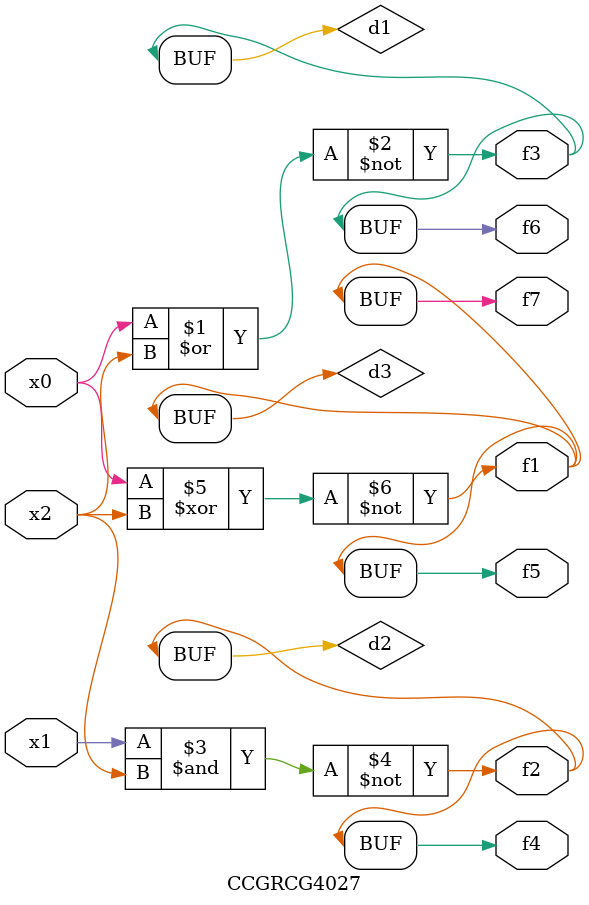
<source format=v>
module CCGRCG4027(
	input x0, x1, x2,
	output f1, f2, f3, f4, f5, f6, f7
);

	wire d1, d2, d3;

	nor (d1, x0, x2);
	nand (d2, x1, x2);
	xnor (d3, x0, x2);
	assign f1 = d3;
	assign f2 = d2;
	assign f3 = d1;
	assign f4 = d2;
	assign f5 = d3;
	assign f6 = d1;
	assign f7 = d3;
endmodule

</source>
